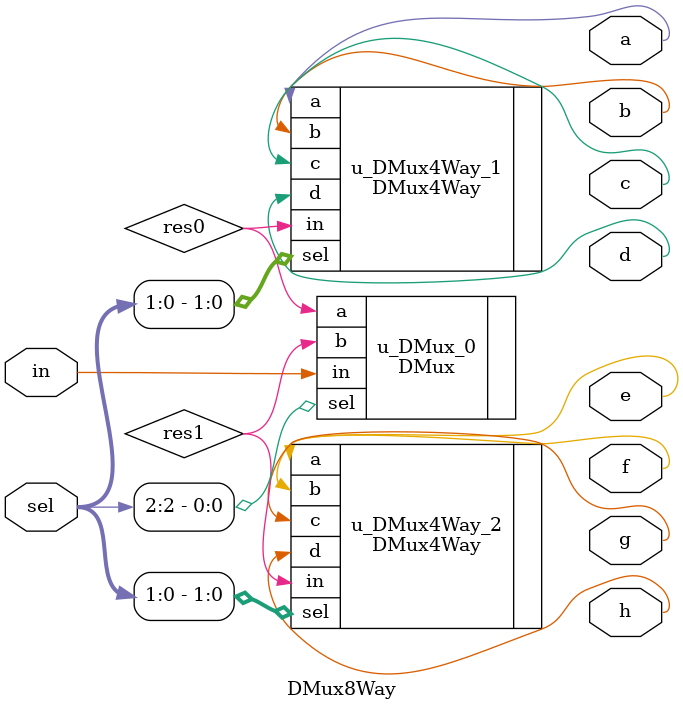
<source format=v>
`timescale 1ns / 1ps

module DMux8Way (
    input           in  ,
    input   [2:0]   sel ,
    output          a   ,
    output          b   ,
    output          c   ,
    output          d   ,
    output          e   ,
    output          f   ,
    output          g   ,
    output          h   );

    wire res0, res1;

    DMux u_DMux_0 ( .in(in), .sel(sel[2]), .a(res0), .b(res1) );
    DMux4Way u_DMux4Way_1( .in(res0), .sel(sel[1:0]), .a(a), .b(b), .c(c), .d(d) );
    DMux4Way u_DMux4Way_2( .in(res1), .sel(sel[1:0]), .a(e), .b(f), .c(g), .d(h) );


endmodule
</source>
